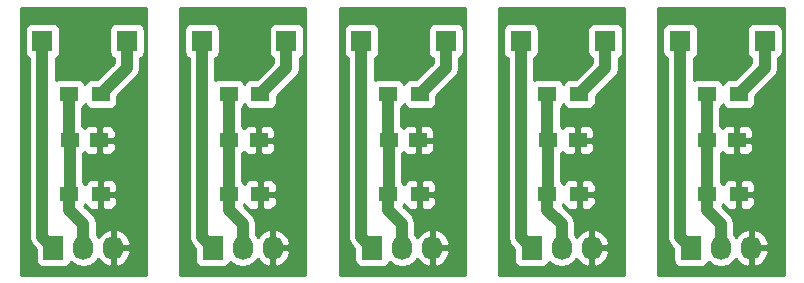
<source format=gbr>
G04 #@! TF.FileFunction,Copper,L1,Top,Signal*
%FSLAX46Y46*%
G04 Gerber Fmt 4.6, Leading zero omitted, Abs format (unit mm)*
G04 Created by KiCad (PCBNEW (2015-12-18 BZR 6383, Git 02d9bbb)-product) date Sat 02 Jan 2016 23:06:04 CET*
%MOMM*%
G01*
G04 APERTURE LIST*
%ADD10C,0.100000*%
%ADD11R,1.727200X2.032000*%
%ADD12O,1.727200X2.032000*%
%ADD13R,1.500000X1.300000*%
%ADD14R,1.500000X1.250000*%
%ADD15R,1.750000X1.800000*%
%ADD16C,1.000000*%
%ADD17C,0.250000*%
G04 APERTURE END LIST*
D10*
D11*
X143460000Y-111000000D03*
D12*
X146000000Y-111000000D03*
X148540000Y-111000000D03*
D13*
X144800000Y-98000000D03*
X147500000Y-98000000D03*
X147500000Y-106500000D03*
X144800000Y-106500000D03*
D14*
X144850000Y-101900000D03*
X147350000Y-101900000D03*
D15*
X142550000Y-93500000D03*
X149700000Y-93500000D03*
D11*
X156960000Y-111000000D03*
D12*
X159500000Y-111000000D03*
X162040000Y-111000000D03*
D13*
X158300000Y-98000000D03*
X161000000Y-98000000D03*
X161000000Y-106500000D03*
X158300000Y-106500000D03*
D14*
X158350000Y-101900000D03*
X160850000Y-101900000D03*
D15*
X156050000Y-93500000D03*
X163200000Y-93500000D03*
D11*
X170460000Y-111000000D03*
D12*
X173000000Y-111000000D03*
X175540000Y-111000000D03*
D13*
X171800000Y-98000000D03*
X174500000Y-98000000D03*
X174500000Y-106500000D03*
X171800000Y-106500000D03*
D14*
X171850000Y-101900000D03*
X174350000Y-101900000D03*
D15*
X169550000Y-93500000D03*
X176700000Y-93500000D03*
D11*
X183960000Y-111000000D03*
D12*
X186500000Y-111000000D03*
X189040000Y-111000000D03*
D13*
X185300000Y-98000000D03*
X188000000Y-98000000D03*
X188000000Y-106500000D03*
X185300000Y-106500000D03*
D14*
X185350000Y-101900000D03*
X187850000Y-101900000D03*
D15*
X183050000Y-93500000D03*
X190200000Y-93500000D03*
D11*
X197460000Y-111000000D03*
D12*
X200000000Y-111000000D03*
X202540000Y-111000000D03*
D13*
X198800000Y-98000000D03*
X201500000Y-98000000D03*
X201500000Y-106500000D03*
X198800000Y-106500000D03*
D14*
X198850000Y-101900000D03*
X201350000Y-101900000D03*
D15*
X196550000Y-93500000D03*
X203700000Y-93500000D03*
D16*
X142550000Y-93500000D02*
X142550000Y-110090000D01*
X142550000Y-110090000D02*
X143460000Y-111000000D01*
X149700000Y-93500000D02*
X149700000Y-95800000D01*
X149700000Y-95800000D02*
X147500000Y-98000000D01*
X144800000Y-106500000D02*
X144800000Y-107784000D01*
X144800000Y-107784000D02*
X146000000Y-108984000D01*
X146000000Y-108984000D02*
X146000000Y-111000000D01*
X144850000Y-101900000D02*
X144850000Y-106450000D01*
X144850000Y-106450000D02*
X144800000Y-106500000D01*
X144800000Y-98000000D02*
X144800000Y-101850000D01*
X144800000Y-101850000D02*
X144850000Y-101900000D01*
X156050000Y-93500000D02*
X156050000Y-110090000D01*
X156050000Y-110090000D02*
X156960000Y-111000000D01*
X163200000Y-93500000D02*
X163200000Y-95800000D01*
X163200000Y-95800000D02*
X161000000Y-98000000D01*
X158300000Y-106500000D02*
X158300000Y-107784000D01*
X158300000Y-107784000D02*
X159500000Y-108984000D01*
X159500000Y-108984000D02*
X159500000Y-111000000D01*
X158350000Y-101900000D02*
X158350000Y-106450000D01*
X158350000Y-106450000D02*
X158300000Y-106500000D01*
X158300000Y-98000000D02*
X158300000Y-101850000D01*
X158300000Y-101850000D02*
X158350000Y-101900000D01*
X169550000Y-93500000D02*
X169550000Y-110090000D01*
X169550000Y-110090000D02*
X170460000Y-111000000D01*
X176700000Y-93500000D02*
X176700000Y-95800000D01*
X176700000Y-95800000D02*
X174500000Y-98000000D01*
X171800000Y-106500000D02*
X171800000Y-107784000D01*
X171800000Y-107784000D02*
X173000000Y-108984000D01*
X173000000Y-108984000D02*
X173000000Y-111000000D01*
X171850000Y-101900000D02*
X171850000Y-106450000D01*
X171850000Y-106450000D02*
X171800000Y-106500000D01*
X171800000Y-98000000D02*
X171800000Y-101850000D01*
X171800000Y-101850000D02*
X171850000Y-101900000D01*
X183050000Y-93500000D02*
X183050000Y-110090000D01*
X183050000Y-110090000D02*
X183960000Y-111000000D01*
X190200000Y-93500000D02*
X190200000Y-95800000D01*
X190200000Y-95800000D02*
X188000000Y-98000000D01*
X185300000Y-106500000D02*
X185300000Y-107784000D01*
X185300000Y-107784000D02*
X186500000Y-108984000D01*
X186500000Y-108984000D02*
X186500000Y-111000000D01*
X185350000Y-101900000D02*
X185350000Y-106450000D01*
X185350000Y-106450000D02*
X185300000Y-106500000D01*
X185300000Y-98000000D02*
X185300000Y-101850000D01*
X185300000Y-101850000D02*
X185350000Y-101900000D01*
X196550000Y-93500000D02*
X196550000Y-110090000D01*
X196550000Y-110090000D02*
X197460000Y-111000000D01*
X203700000Y-93500000D02*
X203700000Y-95800000D01*
X203700000Y-95800000D02*
X201500000Y-98000000D01*
X198800000Y-106500000D02*
X198800000Y-107784000D01*
X198800000Y-107784000D02*
X200000000Y-108984000D01*
X200000000Y-108984000D02*
X200000000Y-111000000D01*
X198850000Y-101900000D02*
X198850000Y-106450000D01*
X198850000Y-106450000D02*
X198800000Y-106500000D01*
X198800000Y-98000000D02*
X198800000Y-101850000D01*
X198800000Y-101850000D02*
X198850000Y-101900000D01*
D17*
G36*
X151300000Y-113300000D02*
X140700000Y-113300000D01*
X140700000Y-92600000D01*
X141037756Y-92600000D01*
X141037756Y-94400000D01*
X141081337Y-94631611D01*
X141218219Y-94844332D01*
X141425000Y-94985620D01*
X141425000Y-110090000D01*
X141510636Y-110520519D01*
X141588089Y-110636435D01*
X141754505Y-110885495D01*
X141959156Y-111090146D01*
X141959156Y-112016000D01*
X142002737Y-112247611D01*
X142139619Y-112460332D01*
X142348476Y-112603038D01*
X142596400Y-112653244D01*
X144323600Y-112653244D01*
X144555211Y-112609663D01*
X144767932Y-112472781D01*
X144910638Y-112263924D01*
X144923350Y-112201153D01*
X144947401Y-112237148D01*
X145430337Y-112559836D01*
X146000000Y-112673149D01*
X146569663Y-112559836D01*
X147052599Y-112237148D01*
X147260611Y-111925837D01*
X147640798Y-112350235D01*
X148167637Y-112603165D01*
X148179340Y-112604893D01*
X148411000Y-112484519D01*
X148411000Y-111129000D01*
X148669000Y-111129000D01*
X148669000Y-112484519D01*
X148900660Y-112604893D01*
X148912363Y-112603165D01*
X149439202Y-112350235D01*
X149829146Y-111914945D01*
X150022829Y-111363565D01*
X149879356Y-111129000D01*
X148669000Y-111129000D01*
X148411000Y-111129000D01*
X148391000Y-111129000D01*
X148391000Y-110871000D01*
X148411000Y-110871000D01*
X148411000Y-109515481D01*
X148669000Y-109515481D01*
X148669000Y-110871000D01*
X149879356Y-110871000D01*
X150022829Y-110636435D01*
X149829146Y-110085055D01*
X149439202Y-109649765D01*
X148912363Y-109396835D01*
X148900660Y-109395107D01*
X148669000Y-109515481D01*
X148411000Y-109515481D01*
X148179340Y-109395107D01*
X148167637Y-109396835D01*
X147640798Y-109649765D01*
X147260611Y-110074163D01*
X147125000Y-109871208D01*
X147125000Y-108984000D01*
X147039364Y-108553481D01*
X146795495Y-108188505D01*
X146083406Y-107476416D01*
X146137038Y-107397924D01*
X146147053Y-107348467D01*
X146213369Y-107508566D01*
X146391435Y-107686632D01*
X146624089Y-107783000D01*
X147212750Y-107783000D01*
X147371000Y-107624750D01*
X147371000Y-106629000D01*
X147629000Y-106629000D01*
X147629000Y-107624750D01*
X147787250Y-107783000D01*
X148375911Y-107783000D01*
X148608565Y-107686632D01*
X148786631Y-107508566D01*
X148883000Y-107275912D01*
X148883000Y-106787250D01*
X148724750Y-106629000D01*
X147629000Y-106629000D01*
X147371000Y-106629000D01*
X147351000Y-106629000D01*
X147351000Y-106371000D01*
X147371000Y-106371000D01*
X147371000Y-105375250D01*
X147629000Y-105375250D01*
X147629000Y-106371000D01*
X148724750Y-106371000D01*
X148883000Y-106212750D01*
X148883000Y-105724088D01*
X148786631Y-105491434D01*
X148608565Y-105313368D01*
X148375911Y-105217000D01*
X147787250Y-105217000D01*
X147629000Y-105375250D01*
X147371000Y-105375250D01*
X147212750Y-105217000D01*
X146624089Y-105217000D01*
X146391435Y-105313368D01*
X146213369Y-105491434D01*
X146149011Y-105646808D01*
X146143663Y-105618389D01*
X146006781Y-105405668D01*
X145975000Y-105383953D01*
X145975000Y-103026395D01*
X146044332Y-102981781D01*
X146091927Y-102912124D01*
X146241435Y-103061632D01*
X146474089Y-103158000D01*
X147062750Y-103158000D01*
X147221000Y-102999750D01*
X147221000Y-102029000D01*
X147479000Y-102029000D01*
X147479000Y-102999750D01*
X147637250Y-103158000D01*
X148225911Y-103158000D01*
X148458565Y-103061632D01*
X148636631Y-102883566D01*
X148733000Y-102650912D01*
X148733000Y-102187250D01*
X148574750Y-102029000D01*
X147479000Y-102029000D01*
X147221000Y-102029000D01*
X147201000Y-102029000D01*
X147201000Y-101771000D01*
X147221000Y-101771000D01*
X147221000Y-100800250D01*
X147479000Y-100800250D01*
X147479000Y-101771000D01*
X148574750Y-101771000D01*
X148733000Y-101612750D01*
X148733000Y-101149088D01*
X148636631Y-100916434D01*
X148458565Y-100738368D01*
X148225911Y-100642000D01*
X147637250Y-100642000D01*
X147479000Y-100800250D01*
X147221000Y-100800250D01*
X147062750Y-100642000D01*
X146474089Y-100642000D01*
X146241435Y-100738368D01*
X146092941Y-100886862D01*
X146056781Y-100830668D01*
X145925000Y-100740626D01*
X145925000Y-99151395D01*
X145994332Y-99106781D01*
X146137038Y-98897924D01*
X146148633Y-98840667D01*
X146156337Y-98881611D01*
X146293219Y-99094332D01*
X146502076Y-99237038D01*
X146750000Y-99287244D01*
X148250000Y-99287244D01*
X148481611Y-99243663D01*
X148694332Y-99106781D01*
X148837038Y-98897924D01*
X148887244Y-98650000D01*
X148887244Y-98203746D01*
X150495495Y-96595495D01*
X150739364Y-96230519D01*
X150825000Y-95800000D01*
X150825000Y-94981830D01*
X151019332Y-94856781D01*
X151162038Y-94647924D01*
X151212244Y-94400000D01*
X151212244Y-92600000D01*
X151168663Y-92368389D01*
X151031781Y-92155668D01*
X150822924Y-92012962D01*
X150575000Y-91962756D01*
X148825000Y-91962756D01*
X148593389Y-92006337D01*
X148380668Y-92143219D01*
X148237962Y-92352076D01*
X148187756Y-92600000D01*
X148187756Y-94400000D01*
X148231337Y-94631611D01*
X148368219Y-94844332D01*
X148575000Y-94985620D01*
X148575000Y-95334010D01*
X147196254Y-96712756D01*
X146750000Y-96712756D01*
X146518389Y-96756337D01*
X146305668Y-96893219D01*
X146162962Y-97102076D01*
X146151367Y-97159333D01*
X146143663Y-97118389D01*
X146006781Y-96905668D01*
X145797924Y-96762962D01*
X145550000Y-96712756D01*
X144050000Y-96712756D01*
X143818389Y-96756337D01*
X143675000Y-96848605D01*
X143675000Y-94981830D01*
X143869332Y-94856781D01*
X144012038Y-94647924D01*
X144062244Y-94400000D01*
X144062244Y-92600000D01*
X144018663Y-92368389D01*
X143881781Y-92155668D01*
X143672924Y-92012962D01*
X143425000Y-91962756D01*
X141675000Y-91962756D01*
X141443389Y-92006337D01*
X141230668Y-92143219D01*
X141087962Y-92352076D01*
X141037756Y-92600000D01*
X140700000Y-92600000D01*
X140700000Y-90700000D01*
X151300000Y-90700000D01*
X151300000Y-113300000D01*
X151300000Y-113300000D01*
G37*
X151300000Y-113300000D02*
X140700000Y-113300000D01*
X140700000Y-92600000D01*
X141037756Y-92600000D01*
X141037756Y-94400000D01*
X141081337Y-94631611D01*
X141218219Y-94844332D01*
X141425000Y-94985620D01*
X141425000Y-110090000D01*
X141510636Y-110520519D01*
X141588089Y-110636435D01*
X141754505Y-110885495D01*
X141959156Y-111090146D01*
X141959156Y-112016000D01*
X142002737Y-112247611D01*
X142139619Y-112460332D01*
X142348476Y-112603038D01*
X142596400Y-112653244D01*
X144323600Y-112653244D01*
X144555211Y-112609663D01*
X144767932Y-112472781D01*
X144910638Y-112263924D01*
X144923350Y-112201153D01*
X144947401Y-112237148D01*
X145430337Y-112559836D01*
X146000000Y-112673149D01*
X146569663Y-112559836D01*
X147052599Y-112237148D01*
X147260611Y-111925837D01*
X147640798Y-112350235D01*
X148167637Y-112603165D01*
X148179340Y-112604893D01*
X148411000Y-112484519D01*
X148411000Y-111129000D01*
X148669000Y-111129000D01*
X148669000Y-112484519D01*
X148900660Y-112604893D01*
X148912363Y-112603165D01*
X149439202Y-112350235D01*
X149829146Y-111914945D01*
X150022829Y-111363565D01*
X149879356Y-111129000D01*
X148669000Y-111129000D01*
X148411000Y-111129000D01*
X148391000Y-111129000D01*
X148391000Y-110871000D01*
X148411000Y-110871000D01*
X148411000Y-109515481D01*
X148669000Y-109515481D01*
X148669000Y-110871000D01*
X149879356Y-110871000D01*
X150022829Y-110636435D01*
X149829146Y-110085055D01*
X149439202Y-109649765D01*
X148912363Y-109396835D01*
X148900660Y-109395107D01*
X148669000Y-109515481D01*
X148411000Y-109515481D01*
X148179340Y-109395107D01*
X148167637Y-109396835D01*
X147640798Y-109649765D01*
X147260611Y-110074163D01*
X147125000Y-109871208D01*
X147125000Y-108984000D01*
X147039364Y-108553481D01*
X146795495Y-108188505D01*
X146083406Y-107476416D01*
X146137038Y-107397924D01*
X146147053Y-107348467D01*
X146213369Y-107508566D01*
X146391435Y-107686632D01*
X146624089Y-107783000D01*
X147212750Y-107783000D01*
X147371000Y-107624750D01*
X147371000Y-106629000D01*
X147629000Y-106629000D01*
X147629000Y-107624750D01*
X147787250Y-107783000D01*
X148375911Y-107783000D01*
X148608565Y-107686632D01*
X148786631Y-107508566D01*
X148883000Y-107275912D01*
X148883000Y-106787250D01*
X148724750Y-106629000D01*
X147629000Y-106629000D01*
X147371000Y-106629000D01*
X147351000Y-106629000D01*
X147351000Y-106371000D01*
X147371000Y-106371000D01*
X147371000Y-105375250D01*
X147629000Y-105375250D01*
X147629000Y-106371000D01*
X148724750Y-106371000D01*
X148883000Y-106212750D01*
X148883000Y-105724088D01*
X148786631Y-105491434D01*
X148608565Y-105313368D01*
X148375911Y-105217000D01*
X147787250Y-105217000D01*
X147629000Y-105375250D01*
X147371000Y-105375250D01*
X147212750Y-105217000D01*
X146624089Y-105217000D01*
X146391435Y-105313368D01*
X146213369Y-105491434D01*
X146149011Y-105646808D01*
X146143663Y-105618389D01*
X146006781Y-105405668D01*
X145975000Y-105383953D01*
X145975000Y-103026395D01*
X146044332Y-102981781D01*
X146091927Y-102912124D01*
X146241435Y-103061632D01*
X146474089Y-103158000D01*
X147062750Y-103158000D01*
X147221000Y-102999750D01*
X147221000Y-102029000D01*
X147479000Y-102029000D01*
X147479000Y-102999750D01*
X147637250Y-103158000D01*
X148225911Y-103158000D01*
X148458565Y-103061632D01*
X148636631Y-102883566D01*
X148733000Y-102650912D01*
X148733000Y-102187250D01*
X148574750Y-102029000D01*
X147479000Y-102029000D01*
X147221000Y-102029000D01*
X147201000Y-102029000D01*
X147201000Y-101771000D01*
X147221000Y-101771000D01*
X147221000Y-100800250D01*
X147479000Y-100800250D01*
X147479000Y-101771000D01*
X148574750Y-101771000D01*
X148733000Y-101612750D01*
X148733000Y-101149088D01*
X148636631Y-100916434D01*
X148458565Y-100738368D01*
X148225911Y-100642000D01*
X147637250Y-100642000D01*
X147479000Y-100800250D01*
X147221000Y-100800250D01*
X147062750Y-100642000D01*
X146474089Y-100642000D01*
X146241435Y-100738368D01*
X146092941Y-100886862D01*
X146056781Y-100830668D01*
X145925000Y-100740626D01*
X145925000Y-99151395D01*
X145994332Y-99106781D01*
X146137038Y-98897924D01*
X146148633Y-98840667D01*
X146156337Y-98881611D01*
X146293219Y-99094332D01*
X146502076Y-99237038D01*
X146750000Y-99287244D01*
X148250000Y-99287244D01*
X148481611Y-99243663D01*
X148694332Y-99106781D01*
X148837038Y-98897924D01*
X148887244Y-98650000D01*
X148887244Y-98203746D01*
X150495495Y-96595495D01*
X150739364Y-96230519D01*
X150825000Y-95800000D01*
X150825000Y-94981830D01*
X151019332Y-94856781D01*
X151162038Y-94647924D01*
X151212244Y-94400000D01*
X151212244Y-92600000D01*
X151168663Y-92368389D01*
X151031781Y-92155668D01*
X150822924Y-92012962D01*
X150575000Y-91962756D01*
X148825000Y-91962756D01*
X148593389Y-92006337D01*
X148380668Y-92143219D01*
X148237962Y-92352076D01*
X148187756Y-92600000D01*
X148187756Y-94400000D01*
X148231337Y-94631611D01*
X148368219Y-94844332D01*
X148575000Y-94985620D01*
X148575000Y-95334010D01*
X147196254Y-96712756D01*
X146750000Y-96712756D01*
X146518389Y-96756337D01*
X146305668Y-96893219D01*
X146162962Y-97102076D01*
X146151367Y-97159333D01*
X146143663Y-97118389D01*
X146006781Y-96905668D01*
X145797924Y-96762962D01*
X145550000Y-96712756D01*
X144050000Y-96712756D01*
X143818389Y-96756337D01*
X143675000Y-96848605D01*
X143675000Y-94981830D01*
X143869332Y-94856781D01*
X144012038Y-94647924D01*
X144062244Y-94400000D01*
X144062244Y-92600000D01*
X144018663Y-92368389D01*
X143881781Y-92155668D01*
X143672924Y-92012962D01*
X143425000Y-91962756D01*
X141675000Y-91962756D01*
X141443389Y-92006337D01*
X141230668Y-92143219D01*
X141087962Y-92352076D01*
X141037756Y-92600000D01*
X140700000Y-92600000D01*
X140700000Y-90700000D01*
X151300000Y-90700000D01*
X151300000Y-113300000D01*
G36*
X164800000Y-113300000D02*
X154200000Y-113300000D01*
X154200000Y-92600000D01*
X154537756Y-92600000D01*
X154537756Y-94400000D01*
X154581337Y-94631611D01*
X154718219Y-94844332D01*
X154925000Y-94985620D01*
X154925000Y-110090000D01*
X155010636Y-110520519D01*
X155088089Y-110636435D01*
X155254505Y-110885495D01*
X155459156Y-111090146D01*
X155459156Y-112016000D01*
X155502737Y-112247611D01*
X155639619Y-112460332D01*
X155848476Y-112603038D01*
X156096400Y-112653244D01*
X157823600Y-112653244D01*
X158055211Y-112609663D01*
X158267932Y-112472781D01*
X158410638Y-112263924D01*
X158423350Y-112201153D01*
X158447401Y-112237148D01*
X158930337Y-112559836D01*
X159500000Y-112673149D01*
X160069663Y-112559836D01*
X160552599Y-112237148D01*
X160760611Y-111925837D01*
X161140798Y-112350235D01*
X161667637Y-112603165D01*
X161679340Y-112604893D01*
X161911000Y-112484519D01*
X161911000Y-111129000D01*
X162169000Y-111129000D01*
X162169000Y-112484519D01*
X162400660Y-112604893D01*
X162412363Y-112603165D01*
X162939202Y-112350235D01*
X163329146Y-111914945D01*
X163522829Y-111363565D01*
X163379356Y-111129000D01*
X162169000Y-111129000D01*
X161911000Y-111129000D01*
X161891000Y-111129000D01*
X161891000Y-110871000D01*
X161911000Y-110871000D01*
X161911000Y-109515481D01*
X162169000Y-109515481D01*
X162169000Y-110871000D01*
X163379356Y-110871000D01*
X163522829Y-110636435D01*
X163329146Y-110085055D01*
X162939202Y-109649765D01*
X162412363Y-109396835D01*
X162400660Y-109395107D01*
X162169000Y-109515481D01*
X161911000Y-109515481D01*
X161679340Y-109395107D01*
X161667637Y-109396835D01*
X161140798Y-109649765D01*
X160760611Y-110074163D01*
X160625000Y-109871208D01*
X160625000Y-108984000D01*
X160539364Y-108553481D01*
X160295495Y-108188505D01*
X159583406Y-107476416D01*
X159637038Y-107397924D01*
X159647053Y-107348467D01*
X159713369Y-107508566D01*
X159891435Y-107686632D01*
X160124089Y-107783000D01*
X160712750Y-107783000D01*
X160871000Y-107624750D01*
X160871000Y-106629000D01*
X161129000Y-106629000D01*
X161129000Y-107624750D01*
X161287250Y-107783000D01*
X161875911Y-107783000D01*
X162108565Y-107686632D01*
X162286631Y-107508566D01*
X162383000Y-107275912D01*
X162383000Y-106787250D01*
X162224750Y-106629000D01*
X161129000Y-106629000D01*
X160871000Y-106629000D01*
X160851000Y-106629000D01*
X160851000Y-106371000D01*
X160871000Y-106371000D01*
X160871000Y-105375250D01*
X161129000Y-105375250D01*
X161129000Y-106371000D01*
X162224750Y-106371000D01*
X162383000Y-106212750D01*
X162383000Y-105724088D01*
X162286631Y-105491434D01*
X162108565Y-105313368D01*
X161875911Y-105217000D01*
X161287250Y-105217000D01*
X161129000Y-105375250D01*
X160871000Y-105375250D01*
X160712750Y-105217000D01*
X160124089Y-105217000D01*
X159891435Y-105313368D01*
X159713369Y-105491434D01*
X159649011Y-105646808D01*
X159643663Y-105618389D01*
X159506781Y-105405668D01*
X159475000Y-105383953D01*
X159475000Y-103026395D01*
X159544332Y-102981781D01*
X159591927Y-102912124D01*
X159741435Y-103061632D01*
X159974089Y-103158000D01*
X160562750Y-103158000D01*
X160721000Y-102999750D01*
X160721000Y-102029000D01*
X160979000Y-102029000D01*
X160979000Y-102999750D01*
X161137250Y-103158000D01*
X161725911Y-103158000D01*
X161958565Y-103061632D01*
X162136631Y-102883566D01*
X162233000Y-102650912D01*
X162233000Y-102187250D01*
X162074750Y-102029000D01*
X160979000Y-102029000D01*
X160721000Y-102029000D01*
X160701000Y-102029000D01*
X160701000Y-101771000D01*
X160721000Y-101771000D01*
X160721000Y-100800250D01*
X160979000Y-100800250D01*
X160979000Y-101771000D01*
X162074750Y-101771000D01*
X162233000Y-101612750D01*
X162233000Y-101149088D01*
X162136631Y-100916434D01*
X161958565Y-100738368D01*
X161725911Y-100642000D01*
X161137250Y-100642000D01*
X160979000Y-100800250D01*
X160721000Y-100800250D01*
X160562750Y-100642000D01*
X159974089Y-100642000D01*
X159741435Y-100738368D01*
X159592941Y-100886862D01*
X159556781Y-100830668D01*
X159425000Y-100740626D01*
X159425000Y-99151395D01*
X159494332Y-99106781D01*
X159637038Y-98897924D01*
X159648633Y-98840667D01*
X159656337Y-98881611D01*
X159793219Y-99094332D01*
X160002076Y-99237038D01*
X160250000Y-99287244D01*
X161750000Y-99287244D01*
X161981611Y-99243663D01*
X162194332Y-99106781D01*
X162337038Y-98897924D01*
X162387244Y-98650000D01*
X162387244Y-98203746D01*
X163995495Y-96595495D01*
X164239364Y-96230519D01*
X164325000Y-95800000D01*
X164325000Y-94981830D01*
X164519332Y-94856781D01*
X164662038Y-94647924D01*
X164712244Y-94400000D01*
X164712244Y-92600000D01*
X164668663Y-92368389D01*
X164531781Y-92155668D01*
X164322924Y-92012962D01*
X164075000Y-91962756D01*
X162325000Y-91962756D01*
X162093389Y-92006337D01*
X161880668Y-92143219D01*
X161737962Y-92352076D01*
X161687756Y-92600000D01*
X161687756Y-94400000D01*
X161731337Y-94631611D01*
X161868219Y-94844332D01*
X162075000Y-94985620D01*
X162075000Y-95334010D01*
X160696254Y-96712756D01*
X160250000Y-96712756D01*
X160018389Y-96756337D01*
X159805668Y-96893219D01*
X159662962Y-97102076D01*
X159651367Y-97159333D01*
X159643663Y-97118389D01*
X159506781Y-96905668D01*
X159297924Y-96762962D01*
X159050000Y-96712756D01*
X157550000Y-96712756D01*
X157318389Y-96756337D01*
X157175000Y-96848605D01*
X157175000Y-94981830D01*
X157369332Y-94856781D01*
X157512038Y-94647924D01*
X157562244Y-94400000D01*
X157562244Y-92600000D01*
X157518663Y-92368389D01*
X157381781Y-92155668D01*
X157172924Y-92012962D01*
X156925000Y-91962756D01*
X155175000Y-91962756D01*
X154943389Y-92006337D01*
X154730668Y-92143219D01*
X154587962Y-92352076D01*
X154537756Y-92600000D01*
X154200000Y-92600000D01*
X154200000Y-90700000D01*
X164800000Y-90700000D01*
X164800000Y-113300000D01*
X164800000Y-113300000D01*
G37*
X164800000Y-113300000D02*
X154200000Y-113300000D01*
X154200000Y-92600000D01*
X154537756Y-92600000D01*
X154537756Y-94400000D01*
X154581337Y-94631611D01*
X154718219Y-94844332D01*
X154925000Y-94985620D01*
X154925000Y-110090000D01*
X155010636Y-110520519D01*
X155088089Y-110636435D01*
X155254505Y-110885495D01*
X155459156Y-111090146D01*
X155459156Y-112016000D01*
X155502737Y-112247611D01*
X155639619Y-112460332D01*
X155848476Y-112603038D01*
X156096400Y-112653244D01*
X157823600Y-112653244D01*
X158055211Y-112609663D01*
X158267932Y-112472781D01*
X158410638Y-112263924D01*
X158423350Y-112201153D01*
X158447401Y-112237148D01*
X158930337Y-112559836D01*
X159500000Y-112673149D01*
X160069663Y-112559836D01*
X160552599Y-112237148D01*
X160760611Y-111925837D01*
X161140798Y-112350235D01*
X161667637Y-112603165D01*
X161679340Y-112604893D01*
X161911000Y-112484519D01*
X161911000Y-111129000D01*
X162169000Y-111129000D01*
X162169000Y-112484519D01*
X162400660Y-112604893D01*
X162412363Y-112603165D01*
X162939202Y-112350235D01*
X163329146Y-111914945D01*
X163522829Y-111363565D01*
X163379356Y-111129000D01*
X162169000Y-111129000D01*
X161911000Y-111129000D01*
X161891000Y-111129000D01*
X161891000Y-110871000D01*
X161911000Y-110871000D01*
X161911000Y-109515481D01*
X162169000Y-109515481D01*
X162169000Y-110871000D01*
X163379356Y-110871000D01*
X163522829Y-110636435D01*
X163329146Y-110085055D01*
X162939202Y-109649765D01*
X162412363Y-109396835D01*
X162400660Y-109395107D01*
X162169000Y-109515481D01*
X161911000Y-109515481D01*
X161679340Y-109395107D01*
X161667637Y-109396835D01*
X161140798Y-109649765D01*
X160760611Y-110074163D01*
X160625000Y-109871208D01*
X160625000Y-108984000D01*
X160539364Y-108553481D01*
X160295495Y-108188505D01*
X159583406Y-107476416D01*
X159637038Y-107397924D01*
X159647053Y-107348467D01*
X159713369Y-107508566D01*
X159891435Y-107686632D01*
X160124089Y-107783000D01*
X160712750Y-107783000D01*
X160871000Y-107624750D01*
X160871000Y-106629000D01*
X161129000Y-106629000D01*
X161129000Y-107624750D01*
X161287250Y-107783000D01*
X161875911Y-107783000D01*
X162108565Y-107686632D01*
X162286631Y-107508566D01*
X162383000Y-107275912D01*
X162383000Y-106787250D01*
X162224750Y-106629000D01*
X161129000Y-106629000D01*
X160871000Y-106629000D01*
X160851000Y-106629000D01*
X160851000Y-106371000D01*
X160871000Y-106371000D01*
X160871000Y-105375250D01*
X161129000Y-105375250D01*
X161129000Y-106371000D01*
X162224750Y-106371000D01*
X162383000Y-106212750D01*
X162383000Y-105724088D01*
X162286631Y-105491434D01*
X162108565Y-105313368D01*
X161875911Y-105217000D01*
X161287250Y-105217000D01*
X161129000Y-105375250D01*
X160871000Y-105375250D01*
X160712750Y-105217000D01*
X160124089Y-105217000D01*
X159891435Y-105313368D01*
X159713369Y-105491434D01*
X159649011Y-105646808D01*
X159643663Y-105618389D01*
X159506781Y-105405668D01*
X159475000Y-105383953D01*
X159475000Y-103026395D01*
X159544332Y-102981781D01*
X159591927Y-102912124D01*
X159741435Y-103061632D01*
X159974089Y-103158000D01*
X160562750Y-103158000D01*
X160721000Y-102999750D01*
X160721000Y-102029000D01*
X160979000Y-102029000D01*
X160979000Y-102999750D01*
X161137250Y-103158000D01*
X161725911Y-103158000D01*
X161958565Y-103061632D01*
X162136631Y-102883566D01*
X162233000Y-102650912D01*
X162233000Y-102187250D01*
X162074750Y-102029000D01*
X160979000Y-102029000D01*
X160721000Y-102029000D01*
X160701000Y-102029000D01*
X160701000Y-101771000D01*
X160721000Y-101771000D01*
X160721000Y-100800250D01*
X160979000Y-100800250D01*
X160979000Y-101771000D01*
X162074750Y-101771000D01*
X162233000Y-101612750D01*
X162233000Y-101149088D01*
X162136631Y-100916434D01*
X161958565Y-100738368D01*
X161725911Y-100642000D01*
X161137250Y-100642000D01*
X160979000Y-100800250D01*
X160721000Y-100800250D01*
X160562750Y-100642000D01*
X159974089Y-100642000D01*
X159741435Y-100738368D01*
X159592941Y-100886862D01*
X159556781Y-100830668D01*
X159425000Y-100740626D01*
X159425000Y-99151395D01*
X159494332Y-99106781D01*
X159637038Y-98897924D01*
X159648633Y-98840667D01*
X159656337Y-98881611D01*
X159793219Y-99094332D01*
X160002076Y-99237038D01*
X160250000Y-99287244D01*
X161750000Y-99287244D01*
X161981611Y-99243663D01*
X162194332Y-99106781D01*
X162337038Y-98897924D01*
X162387244Y-98650000D01*
X162387244Y-98203746D01*
X163995495Y-96595495D01*
X164239364Y-96230519D01*
X164325000Y-95800000D01*
X164325000Y-94981830D01*
X164519332Y-94856781D01*
X164662038Y-94647924D01*
X164712244Y-94400000D01*
X164712244Y-92600000D01*
X164668663Y-92368389D01*
X164531781Y-92155668D01*
X164322924Y-92012962D01*
X164075000Y-91962756D01*
X162325000Y-91962756D01*
X162093389Y-92006337D01*
X161880668Y-92143219D01*
X161737962Y-92352076D01*
X161687756Y-92600000D01*
X161687756Y-94400000D01*
X161731337Y-94631611D01*
X161868219Y-94844332D01*
X162075000Y-94985620D01*
X162075000Y-95334010D01*
X160696254Y-96712756D01*
X160250000Y-96712756D01*
X160018389Y-96756337D01*
X159805668Y-96893219D01*
X159662962Y-97102076D01*
X159651367Y-97159333D01*
X159643663Y-97118389D01*
X159506781Y-96905668D01*
X159297924Y-96762962D01*
X159050000Y-96712756D01*
X157550000Y-96712756D01*
X157318389Y-96756337D01*
X157175000Y-96848605D01*
X157175000Y-94981830D01*
X157369332Y-94856781D01*
X157512038Y-94647924D01*
X157562244Y-94400000D01*
X157562244Y-92600000D01*
X157518663Y-92368389D01*
X157381781Y-92155668D01*
X157172924Y-92012962D01*
X156925000Y-91962756D01*
X155175000Y-91962756D01*
X154943389Y-92006337D01*
X154730668Y-92143219D01*
X154587962Y-92352076D01*
X154537756Y-92600000D01*
X154200000Y-92600000D01*
X154200000Y-90700000D01*
X164800000Y-90700000D01*
X164800000Y-113300000D01*
G36*
X178300000Y-113300000D02*
X167700000Y-113300000D01*
X167700000Y-92600000D01*
X168037756Y-92600000D01*
X168037756Y-94400000D01*
X168081337Y-94631611D01*
X168218219Y-94844332D01*
X168425000Y-94985620D01*
X168425000Y-110090000D01*
X168510636Y-110520519D01*
X168588089Y-110636435D01*
X168754505Y-110885495D01*
X168959156Y-111090146D01*
X168959156Y-112016000D01*
X169002737Y-112247611D01*
X169139619Y-112460332D01*
X169348476Y-112603038D01*
X169596400Y-112653244D01*
X171323600Y-112653244D01*
X171555211Y-112609663D01*
X171767932Y-112472781D01*
X171910638Y-112263924D01*
X171923350Y-112201153D01*
X171947401Y-112237148D01*
X172430337Y-112559836D01*
X173000000Y-112673149D01*
X173569663Y-112559836D01*
X174052599Y-112237148D01*
X174260611Y-111925837D01*
X174640798Y-112350235D01*
X175167637Y-112603165D01*
X175179340Y-112604893D01*
X175411000Y-112484519D01*
X175411000Y-111129000D01*
X175669000Y-111129000D01*
X175669000Y-112484519D01*
X175900660Y-112604893D01*
X175912363Y-112603165D01*
X176439202Y-112350235D01*
X176829146Y-111914945D01*
X177022829Y-111363565D01*
X176879356Y-111129000D01*
X175669000Y-111129000D01*
X175411000Y-111129000D01*
X175391000Y-111129000D01*
X175391000Y-110871000D01*
X175411000Y-110871000D01*
X175411000Y-109515481D01*
X175669000Y-109515481D01*
X175669000Y-110871000D01*
X176879356Y-110871000D01*
X177022829Y-110636435D01*
X176829146Y-110085055D01*
X176439202Y-109649765D01*
X175912363Y-109396835D01*
X175900660Y-109395107D01*
X175669000Y-109515481D01*
X175411000Y-109515481D01*
X175179340Y-109395107D01*
X175167637Y-109396835D01*
X174640798Y-109649765D01*
X174260611Y-110074163D01*
X174125000Y-109871208D01*
X174125000Y-108984000D01*
X174039364Y-108553481D01*
X173795495Y-108188505D01*
X173083406Y-107476416D01*
X173137038Y-107397924D01*
X173147053Y-107348467D01*
X173213369Y-107508566D01*
X173391435Y-107686632D01*
X173624089Y-107783000D01*
X174212750Y-107783000D01*
X174371000Y-107624750D01*
X174371000Y-106629000D01*
X174629000Y-106629000D01*
X174629000Y-107624750D01*
X174787250Y-107783000D01*
X175375911Y-107783000D01*
X175608565Y-107686632D01*
X175786631Y-107508566D01*
X175883000Y-107275912D01*
X175883000Y-106787250D01*
X175724750Y-106629000D01*
X174629000Y-106629000D01*
X174371000Y-106629000D01*
X174351000Y-106629000D01*
X174351000Y-106371000D01*
X174371000Y-106371000D01*
X174371000Y-105375250D01*
X174629000Y-105375250D01*
X174629000Y-106371000D01*
X175724750Y-106371000D01*
X175883000Y-106212750D01*
X175883000Y-105724088D01*
X175786631Y-105491434D01*
X175608565Y-105313368D01*
X175375911Y-105217000D01*
X174787250Y-105217000D01*
X174629000Y-105375250D01*
X174371000Y-105375250D01*
X174212750Y-105217000D01*
X173624089Y-105217000D01*
X173391435Y-105313368D01*
X173213369Y-105491434D01*
X173149011Y-105646808D01*
X173143663Y-105618389D01*
X173006781Y-105405668D01*
X172975000Y-105383953D01*
X172975000Y-103026395D01*
X173044332Y-102981781D01*
X173091927Y-102912124D01*
X173241435Y-103061632D01*
X173474089Y-103158000D01*
X174062750Y-103158000D01*
X174221000Y-102999750D01*
X174221000Y-102029000D01*
X174479000Y-102029000D01*
X174479000Y-102999750D01*
X174637250Y-103158000D01*
X175225911Y-103158000D01*
X175458565Y-103061632D01*
X175636631Y-102883566D01*
X175733000Y-102650912D01*
X175733000Y-102187250D01*
X175574750Y-102029000D01*
X174479000Y-102029000D01*
X174221000Y-102029000D01*
X174201000Y-102029000D01*
X174201000Y-101771000D01*
X174221000Y-101771000D01*
X174221000Y-100800250D01*
X174479000Y-100800250D01*
X174479000Y-101771000D01*
X175574750Y-101771000D01*
X175733000Y-101612750D01*
X175733000Y-101149088D01*
X175636631Y-100916434D01*
X175458565Y-100738368D01*
X175225911Y-100642000D01*
X174637250Y-100642000D01*
X174479000Y-100800250D01*
X174221000Y-100800250D01*
X174062750Y-100642000D01*
X173474089Y-100642000D01*
X173241435Y-100738368D01*
X173092941Y-100886862D01*
X173056781Y-100830668D01*
X172925000Y-100740626D01*
X172925000Y-99151395D01*
X172994332Y-99106781D01*
X173137038Y-98897924D01*
X173148633Y-98840667D01*
X173156337Y-98881611D01*
X173293219Y-99094332D01*
X173502076Y-99237038D01*
X173750000Y-99287244D01*
X175250000Y-99287244D01*
X175481611Y-99243663D01*
X175694332Y-99106781D01*
X175837038Y-98897924D01*
X175887244Y-98650000D01*
X175887244Y-98203746D01*
X177495495Y-96595495D01*
X177739364Y-96230519D01*
X177825000Y-95800000D01*
X177825000Y-94981830D01*
X178019332Y-94856781D01*
X178162038Y-94647924D01*
X178212244Y-94400000D01*
X178212244Y-92600000D01*
X178168663Y-92368389D01*
X178031781Y-92155668D01*
X177822924Y-92012962D01*
X177575000Y-91962756D01*
X175825000Y-91962756D01*
X175593389Y-92006337D01*
X175380668Y-92143219D01*
X175237962Y-92352076D01*
X175187756Y-92600000D01*
X175187756Y-94400000D01*
X175231337Y-94631611D01*
X175368219Y-94844332D01*
X175575000Y-94985620D01*
X175575000Y-95334010D01*
X174196254Y-96712756D01*
X173750000Y-96712756D01*
X173518389Y-96756337D01*
X173305668Y-96893219D01*
X173162962Y-97102076D01*
X173151367Y-97159333D01*
X173143663Y-97118389D01*
X173006781Y-96905668D01*
X172797924Y-96762962D01*
X172550000Y-96712756D01*
X171050000Y-96712756D01*
X170818389Y-96756337D01*
X170675000Y-96848605D01*
X170675000Y-94981830D01*
X170869332Y-94856781D01*
X171012038Y-94647924D01*
X171062244Y-94400000D01*
X171062244Y-92600000D01*
X171018663Y-92368389D01*
X170881781Y-92155668D01*
X170672924Y-92012962D01*
X170425000Y-91962756D01*
X168675000Y-91962756D01*
X168443389Y-92006337D01*
X168230668Y-92143219D01*
X168087962Y-92352076D01*
X168037756Y-92600000D01*
X167700000Y-92600000D01*
X167700000Y-90700000D01*
X178300000Y-90700000D01*
X178300000Y-113300000D01*
X178300000Y-113300000D01*
G37*
X178300000Y-113300000D02*
X167700000Y-113300000D01*
X167700000Y-92600000D01*
X168037756Y-92600000D01*
X168037756Y-94400000D01*
X168081337Y-94631611D01*
X168218219Y-94844332D01*
X168425000Y-94985620D01*
X168425000Y-110090000D01*
X168510636Y-110520519D01*
X168588089Y-110636435D01*
X168754505Y-110885495D01*
X168959156Y-111090146D01*
X168959156Y-112016000D01*
X169002737Y-112247611D01*
X169139619Y-112460332D01*
X169348476Y-112603038D01*
X169596400Y-112653244D01*
X171323600Y-112653244D01*
X171555211Y-112609663D01*
X171767932Y-112472781D01*
X171910638Y-112263924D01*
X171923350Y-112201153D01*
X171947401Y-112237148D01*
X172430337Y-112559836D01*
X173000000Y-112673149D01*
X173569663Y-112559836D01*
X174052599Y-112237148D01*
X174260611Y-111925837D01*
X174640798Y-112350235D01*
X175167637Y-112603165D01*
X175179340Y-112604893D01*
X175411000Y-112484519D01*
X175411000Y-111129000D01*
X175669000Y-111129000D01*
X175669000Y-112484519D01*
X175900660Y-112604893D01*
X175912363Y-112603165D01*
X176439202Y-112350235D01*
X176829146Y-111914945D01*
X177022829Y-111363565D01*
X176879356Y-111129000D01*
X175669000Y-111129000D01*
X175411000Y-111129000D01*
X175391000Y-111129000D01*
X175391000Y-110871000D01*
X175411000Y-110871000D01*
X175411000Y-109515481D01*
X175669000Y-109515481D01*
X175669000Y-110871000D01*
X176879356Y-110871000D01*
X177022829Y-110636435D01*
X176829146Y-110085055D01*
X176439202Y-109649765D01*
X175912363Y-109396835D01*
X175900660Y-109395107D01*
X175669000Y-109515481D01*
X175411000Y-109515481D01*
X175179340Y-109395107D01*
X175167637Y-109396835D01*
X174640798Y-109649765D01*
X174260611Y-110074163D01*
X174125000Y-109871208D01*
X174125000Y-108984000D01*
X174039364Y-108553481D01*
X173795495Y-108188505D01*
X173083406Y-107476416D01*
X173137038Y-107397924D01*
X173147053Y-107348467D01*
X173213369Y-107508566D01*
X173391435Y-107686632D01*
X173624089Y-107783000D01*
X174212750Y-107783000D01*
X174371000Y-107624750D01*
X174371000Y-106629000D01*
X174629000Y-106629000D01*
X174629000Y-107624750D01*
X174787250Y-107783000D01*
X175375911Y-107783000D01*
X175608565Y-107686632D01*
X175786631Y-107508566D01*
X175883000Y-107275912D01*
X175883000Y-106787250D01*
X175724750Y-106629000D01*
X174629000Y-106629000D01*
X174371000Y-106629000D01*
X174351000Y-106629000D01*
X174351000Y-106371000D01*
X174371000Y-106371000D01*
X174371000Y-105375250D01*
X174629000Y-105375250D01*
X174629000Y-106371000D01*
X175724750Y-106371000D01*
X175883000Y-106212750D01*
X175883000Y-105724088D01*
X175786631Y-105491434D01*
X175608565Y-105313368D01*
X175375911Y-105217000D01*
X174787250Y-105217000D01*
X174629000Y-105375250D01*
X174371000Y-105375250D01*
X174212750Y-105217000D01*
X173624089Y-105217000D01*
X173391435Y-105313368D01*
X173213369Y-105491434D01*
X173149011Y-105646808D01*
X173143663Y-105618389D01*
X173006781Y-105405668D01*
X172975000Y-105383953D01*
X172975000Y-103026395D01*
X173044332Y-102981781D01*
X173091927Y-102912124D01*
X173241435Y-103061632D01*
X173474089Y-103158000D01*
X174062750Y-103158000D01*
X174221000Y-102999750D01*
X174221000Y-102029000D01*
X174479000Y-102029000D01*
X174479000Y-102999750D01*
X174637250Y-103158000D01*
X175225911Y-103158000D01*
X175458565Y-103061632D01*
X175636631Y-102883566D01*
X175733000Y-102650912D01*
X175733000Y-102187250D01*
X175574750Y-102029000D01*
X174479000Y-102029000D01*
X174221000Y-102029000D01*
X174201000Y-102029000D01*
X174201000Y-101771000D01*
X174221000Y-101771000D01*
X174221000Y-100800250D01*
X174479000Y-100800250D01*
X174479000Y-101771000D01*
X175574750Y-101771000D01*
X175733000Y-101612750D01*
X175733000Y-101149088D01*
X175636631Y-100916434D01*
X175458565Y-100738368D01*
X175225911Y-100642000D01*
X174637250Y-100642000D01*
X174479000Y-100800250D01*
X174221000Y-100800250D01*
X174062750Y-100642000D01*
X173474089Y-100642000D01*
X173241435Y-100738368D01*
X173092941Y-100886862D01*
X173056781Y-100830668D01*
X172925000Y-100740626D01*
X172925000Y-99151395D01*
X172994332Y-99106781D01*
X173137038Y-98897924D01*
X173148633Y-98840667D01*
X173156337Y-98881611D01*
X173293219Y-99094332D01*
X173502076Y-99237038D01*
X173750000Y-99287244D01*
X175250000Y-99287244D01*
X175481611Y-99243663D01*
X175694332Y-99106781D01*
X175837038Y-98897924D01*
X175887244Y-98650000D01*
X175887244Y-98203746D01*
X177495495Y-96595495D01*
X177739364Y-96230519D01*
X177825000Y-95800000D01*
X177825000Y-94981830D01*
X178019332Y-94856781D01*
X178162038Y-94647924D01*
X178212244Y-94400000D01*
X178212244Y-92600000D01*
X178168663Y-92368389D01*
X178031781Y-92155668D01*
X177822924Y-92012962D01*
X177575000Y-91962756D01*
X175825000Y-91962756D01*
X175593389Y-92006337D01*
X175380668Y-92143219D01*
X175237962Y-92352076D01*
X175187756Y-92600000D01*
X175187756Y-94400000D01*
X175231337Y-94631611D01*
X175368219Y-94844332D01*
X175575000Y-94985620D01*
X175575000Y-95334010D01*
X174196254Y-96712756D01*
X173750000Y-96712756D01*
X173518389Y-96756337D01*
X173305668Y-96893219D01*
X173162962Y-97102076D01*
X173151367Y-97159333D01*
X173143663Y-97118389D01*
X173006781Y-96905668D01*
X172797924Y-96762962D01*
X172550000Y-96712756D01*
X171050000Y-96712756D01*
X170818389Y-96756337D01*
X170675000Y-96848605D01*
X170675000Y-94981830D01*
X170869332Y-94856781D01*
X171012038Y-94647924D01*
X171062244Y-94400000D01*
X171062244Y-92600000D01*
X171018663Y-92368389D01*
X170881781Y-92155668D01*
X170672924Y-92012962D01*
X170425000Y-91962756D01*
X168675000Y-91962756D01*
X168443389Y-92006337D01*
X168230668Y-92143219D01*
X168087962Y-92352076D01*
X168037756Y-92600000D01*
X167700000Y-92600000D01*
X167700000Y-90700000D01*
X178300000Y-90700000D01*
X178300000Y-113300000D01*
G36*
X191800000Y-113300000D02*
X181200000Y-113300000D01*
X181200000Y-92600000D01*
X181537756Y-92600000D01*
X181537756Y-94400000D01*
X181581337Y-94631611D01*
X181718219Y-94844332D01*
X181925000Y-94985620D01*
X181925000Y-110090000D01*
X182010636Y-110520519D01*
X182088089Y-110636435D01*
X182254505Y-110885495D01*
X182459156Y-111090146D01*
X182459156Y-112016000D01*
X182502737Y-112247611D01*
X182639619Y-112460332D01*
X182848476Y-112603038D01*
X183096400Y-112653244D01*
X184823600Y-112653244D01*
X185055211Y-112609663D01*
X185267932Y-112472781D01*
X185410638Y-112263924D01*
X185423350Y-112201153D01*
X185447401Y-112237148D01*
X185930337Y-112559836D01*
X186500000Y-112673149D01*
X187069663Y-112559836D01*
X187552599Y-112237148D01*
X187760611Y-111925837D01*
X188140798Y-112350235D01*
X188667637Y-112603165D01*
X188679340Y-112604893D01*
X188911000Y-112484519D01*
X188911000Y-111129000D01*
X189169000Y-111129000D01*
X189169000Y-112484519D01*
X189400660Y-112604893D01*
X189412363Y-112603165D01*
X189939202Y-112350235D01*
X190329146Y-111914945D01*
X190522829Y-111363565D01*
X190379356Y-111129000D01*
X189169000Y-111129000D01*
X188911000Y-111129000D01*
X188891000Y-111129000D01*
X188891000Y-110871000D01*
X188911000Y-110871000D01*
X188911000Y-109515481D01*
X189169000Y-109515481D01*
X189169000Y-110871000D01*
X190379356Y-110871000D01*
X190522829Y-110636435D01*
X190329146Y-110085055D01*
X189939202Y-109649765D01*
X189412363Y-109396835D01*
X189400660Y-109395107D01*
X189169000Y-109515481D01*
X188911000Y-109515481D01*
X188679340Y-109395107D01*
X188667637Y-109396835D01*
X188140798Y-109649765D01*
X187760611Y-110074163D01*
X187625000Y-109871208D01*
X187625000Y-108984000D01*
X187539364Y-108553481D01*
X187295495Y-108188505D01*
X186583406Y-107476416D01*
X186637038Y-107397924D01*
X186647053Y-107348467D01*
X186713369Y-107508566D01*
X186891435Y-107686632D01*
X187124089Y-107783000D01*
X187712750Y-107783000D01*
X187871000Y-107624750D01*
X187871000Y-106629000D01*
X188129000Y-106629000D01*
X188129000Y-107624750D01*
X188287250Y-107783000D01*
X188875911Y-107783000D01*
X189108565Y-107686632D01*
X189286631Y-107508566D01*
X189383000Y-107275912D01*
X189383000Y-106787250D01*
X189224750Y-106629000D01*
X188129000Y-106629000D01*
X187871000Y-106629000D01*
X187851000Y-106629000D01*
X187851000Y-106371000D01*
X187871000Y-106371000D01*
X187871000Y-105375250D01*
X188129000Y-105375250D01*
X188129000Y-106371000D01*
X189224750Y-106371000D01*
X189383000Y-106212750D01*
X189383000Y-105724088D01*
X189286631Y-105491434D01*
X189108565Y-105313368D01*
X188875911Y-105217000D01*
X188287250Y-105217000D01*
X188129000Y-105375250D01*
X187871000Y-105375250D01*
X187712750Y-105217000D01*
X187124089Y-105217000D01*
X186891435Y-105313368D01*
X186713369Y-105491434D01*
X186649011Y-105646808D01*
X186643663Y-105618389D01*
X186506781Y-105405668D01*
X186475000Y-105383953D01*
X186475000Y-103026395D01*
X186544332Y-102981781D01*
X186591927Y-102912124D01*
X186741435Y-103061632D01*
X186974089Y-103158000D01*
X187562750Y-103158000D01*
X187721000Y-102999750D01*
X187721000Y-102029000D01*
X187979000Y-102029000D01*
X187979000Y-102999750D01*
X188137250Y-103158000D01*
X188725911Y-103158000D01*
X188958565Y-103061632D01*
X189136631Y-102883566D01*
X189233000Y-102650912D01*
X189233000Y-102187250D01*
X189074750Y-102029000D01*
X187979000Y-102029000D01*
X187721000Y-102029000D01*
X187701000Y-102029000D01*
X187701000Y-101771000D01*
X187721000Y-101771000D01*
X187721000Y-100800250D01*
X187979000Y-100800250D01*
X187979000Y-101771000D01*
X189074750Y-101771000D01*
X189233000Y-101612750D01*
X189233000Y-101149088D01*
X189136631Y-100916434D01*
X188958565Y-100738368D01*
X188725911Y-100642000D01*
X188137250Y-100642000D01*
X187979000Y-100800250D01*
X187721000Y-100800250D01*
X187562750Y-100642000D01*
X186974089Y-100642000D01*
X186741435Y-100738368D01*
X186592941Y-100886862D01*
X186556781Y-100830668D01*
X186425000Y-100740626D01*
X186425000Y-99151395D01*
X186494332Y-99106781D01*
X186637038Y-98897924D01*
X186648633Y-98840667D01*
X186656337Y-98881611D01*
X186793219Y-99094332D01*
X187002076Y-99237038D01*
X187250000Y-99287244D01*
X188750000Y-99287244D01*
X188981611Y-99243663D01*
X189194332Y-99106781D01*
X189337038Y-98897924D01*
X189387244Y-98650000D01*
X189387244Y-98203746D01*
X190995495Y-96595495D01*
X191239364Y-96230519D01*
X191325000Y-95800000D01*
X191325000Y-94981830D01*
X191519332Y-94856781D01*
X191662038Y-94647924D01*
X191712244Y-94400000D01*
X191712244Y-92600000D01*
X191668663Y-92368389D01*
X191531781Y-92155668D01*
X191322924Y-92012962D01*
X191075000Y-91962756D01*
X189325000Y-91962756D01*
X189093389Y-92006337D01*
X188880668Y-92143219D01*
X188737962Y-92352076D01*
X188687756Y-92600000D01*
X188687756Y-94400000D01*
X188731337Y-94631611D01*
X188868219Y-94844332D01*
X189075000Y-94985620D01*
X189075000Y-95334010D01*
X187696254Y-96712756D01*
X187250000Y-96712756D01*
X187018389Y-96756337D01*
X186805668Y-96893219D01*
X186662962Y-97102076D01*
X186651367Y-97159333D01*
X186643663Y-97118389D01*
X186506781Y-96905668D01*
X186297924Y-96762962D01*
X186050000Y-96712756D01*
X184550000Y-96712756D01*
X184318389Y-96756337D01*
X184175000Y-96848605D01*
X184175000Y-94981830D01*
X184369332Y-94856781D01*
X184512038Y-94647924D01*
X184562244Y-94400000D01*
X184562244Y-92600000D01*
X184518663Y-92368389D01*
X184381781Y-92155668D01*
X184172924Y-92012962D01*
X183925000Y-91962756D01*
X182175000Y-91962756D01*
X181943389Y-92006337D01*
X181730668Y-92143219D01*
X181587962Y-92352076D01*
X181537756Y-92600000D01*
X181200000Y-92600000D01*
X181200000Y-90700000D01*
X191800000Y-90700000D01*
X191800000Y-113300000D01*
X191800000Y-113300000D01*
G37*
X191800000Y-113300000D02*
X181200000Y-113300000D01*
X181200000Y-92600000D01*
X181537756Y-92600000D01*
X181537756Y-94400000D01*
X181581337Y-94631611D01*
X181718219Y-94844332D01*
X181925000Y-94985620D01*
X181925000Y-110090000D01*
X182010636Y-110520519D01*
X182088089Y-110636435D01*
X182254505Y-110885495D01*
X182459156Y-111090146D01*
X182459156Y-112016000D01*
X182502737Y-112247611D01*
X182639619Y-112460332D01*
X182848476Y-112603038D01*
X183096400Y-112653244D01*
X184823600Y-112653244D01*
X185055211Y-112609663D01*
X185267932Y-112472781D01*
X185410638Y-112263924D01*
X185423350Y-112201153D01*
X185447401Y-112237148D01*
X185930337Y-112559836D01*
X186500000Y-112673149D01*
X187069663Y-112559836D01*
X187552599Y-112237148D01*
X187760611Y-111925837D01*
X188140798Y-112350235D01*
X188667637Y-112603165D01*
X188679340Y-112604893D01*
X188911000Y-112484519D01*
X188911000Y-111129000D01*
X189169000Y-111129000D01*
X189169000Y-112484519D01*
X189400660Y-112604893D01*
X189412363Y-112603165D01*
X189939202Y-112350235D01*
X190329146Y-111914945D01*
X190522829Y-111363565D01*
X190379356Y-111129000D01*
X189169000Y-111129000D01*
X188911000Y-111129000D01*
X188891000Y-111129000D01*
X188891000Y-110871000D01*
X188911000Y-110871000D01*
X188911000Y-109515481D01*
X189169000Y-109515481D01*
X189169000Y-110871000D01*
X190379356Y-110871000D01*
X190522829Y-110636435D01*
X190329146Y-110085055D01*
X189939202Y-109649765D01*
X189412363Y-109396835D01*
X189400660Y-109395107D01*
X189169000Y-109515481D01*
X188911000Y-109515481D01*
X188679340Y-109395107D01*
X188667637Y-109396835D01*
X188140798Y-109649765D01*
X187760611Y-110074163D01*
X187625000Y-109871208D01*
X187625000Y-108984000D01*
X187539364Y-108553481D01*
X187295495Y-108188505D01*
X186583406Y-107476416D01*
X186637038Y-107397924D01*
X186647053Y-107348467D01*
X186713369Y-107508566D01*
X186891435Y-107686632D01*
X187124089Y-107783000D01*
X187712750Y-107783000D01*
X187871000Y-107624750D01*
X187871000Y-106629000D01*
X188129000Y-106629000D01*
X188129000Y-107624750D01*
X188287250Y-107783000D01*
X188875911Y-107783000D01*
X189108565Y-107686632D01*
X189286631Y-107508566D01*
X189383000Y-107275912D01*
X189383000Y-106787250D01*
X189224750Y-106629000D01*
X188129000Y-106629000D01*
X187871000Y-106629000D01*
X187851000Y-106629000D01*
X187851000Y-106371000D01*
X187871000Y-106371000D01*
X187871000Y-105375250D01*
X188129000Y-105375250D01*
X188129000Y-106371000D01*
X189224750Y-106371000D01*
X189383000Y-106212750D01*
X189383000Y-105724088D01*
X189286631Y-105491434D01*
X189108565Y-105313368D01*
X188875911Y-105217000D01*
X188287250Y-105217000D01*
X188129000Y-105375250D01*
X187871000Y-105375250D01*
X187712750Y-105217000D01*
X187124089Y-105217000D01*
X186891435Y-105313368D01*
X186713369Y-105491434D01*
X186649011Y-105646808D01*
X186643663Y-105618389D01*
X186506781Y-105405668D01*
X186475000Y-105383953D01*
X186475000Y-103026395D01*
X186544332Y-102981781D01*
X186591927Y-102912124D01*
X186741435Y-103061632D01*
X186974089Y-103158000D01*
X187562750Y-103158000D01*
X187721000Y-102999750D01*
X187721000Y-102029000D01*
X187979000Y-102029000D01*
X187979000Y-102999750D01*
X188137250Y-103158000D01*
X188725911Y-103158000D01*
X188958565Y-103061632D01*
X189136631Y-102883566D01*
X189233000Y-102650912D01*
X189233000Y-102187250D01*
X189074750Y-102029000D01*
X187979000Y-102029000D01*
X187721000Y-102029000D01*
X187701000Y-102029000D01*
X187701000Y-101771000D01*
X187721000Y-101771000D01*
X187721000Y-100800250D01*
X187979000Y-100800250D01*
X187979000Y-101771000D01*
X189074750Y-101771000D01*
X189233000Y-101612750D01*
X189233000Y-101149088D01*
X189136631Y-100916434D01*
X188958565Y-100738368D01*
X188725911Y-100642000D01*
X188137250Y-100642000D01*
X187979000Y-100800250D01*
X187721000Y-100800250D01*
X187562750Y-100642000D01*
X186974089Y-100642000D01*
X186741435Y-100738368D01*
X186592941Y-100886862D01*
X186556781Y-100830668D01*
X186425000Y-100740626D01*
X186425000Y-99151395D01*
X186494332Y-99106781D01*
X186637038Y-98897924D01*
X186648633Y-98840667D01*
X186656337Y-98881611D01*
X186793219Y-99094332D01*
X187002076Y-99237038D01*
X187250000Y-99287244D01*
X188750000Y-99287244D01*
X188981611Y-99243663D01*
X189194332Y-99106781D01*
X189337038Y-98897924D01*
X189387244Y-98650000D01*
X189387244Y-98203746D01*
X190995495Y-96595495D01*
X191239364Y-96230519D01*
X191325000Y-95800000D01*
X191325000Y-94981830D01*
X191519332Y-94856781D01*
X191662038Y-94647924D01*
X191712244Y-94400000D01*
X191712244Y-92600000D01*
X191668663Y-92368389D01*
X191531781Y-92155668D01*
X191322924Y-92012962D01*
X191075000Y-91962756D01*
X189325000Y-91962756D01*
X189093389Y-92006337D01*
X188880668Y-92143219D01*
X188737962Y-92352076D01*
X188687756Y-92600000D01*
X188687756Y-94400000D01*
X188731337Y-94631611D01*
X188868219Y-94844332D01*
X189075000Y-94985620D01*
X189075000Y-95334010D01*
X187696254Y-96712756D01*
X187250000Y-96712756D01*
X187018389Y-96756337D01*
X186805668Y-96893219D01*
X186662962Y-97102076D01*
X186651367Y-97159333D01*
X186643663Y-97118389D01*
X186506781Y-96905668D01*
X186297924Y-96762962D01*
X186050000Y-96712756D01*
X184550000Y-96712756D01*
X184318389Y-96756337D01*
X184175000Y-96848605D01*
X184175000Y-94981830D01*
X184369332Y-94856781D01*
X184512038Y-94647924D01*
X184562244Y-94400000D01*
X184562244Y-92600000D01*
X184518663Y-92368389D01*
X184381781Y-92155668D01*
X184172924Y-92012962D01*
X183925000Y-91962756D01*
X182175000Y-91962756D01*
X181943389Y-92006337D01*
X181730668Y-92143219D01*
X181587962Y-92352076D01*
X181537756Y-92600000D01*
X181200000Y-92600000D01*
X181200000Y-90700000D01*
X191800000Y-90700000D01*
X191800000Y-113300000D01*
G36*
X205300000Y-113300000D02*
X194700000Y-113300000D01*
X194700000Y-92600000D01*
X195037756Y-92600000D01*
X195037756Y-94400000D01*
X195081337Y-94631611D01*
X195218219Y-94844332D01*
X195425000Y-94985620D01*
X195425000Y-110090000D01*
X195510636Y-110520519D01*
X195588089Y-110636435D01*
X195754505Y-110885495D01*
X195959156Y-111090146D01*
X195959156Y-112016000D01*
X196002737Y-112247611D01*
X196139619Y-112460332D01*
X196348476Y-112603038D01*
X196596400Y-112653244D01*
X198323600Y-112653244D01*
X198555211Y-112609663D01*
X198767932Y-112472781D01*
X198910638Y-112263924D01*
X198923350Y-112201153D01*
X198947401Y-112237148D01*
X199430337Y-112559836D01*
X200000000Y-112673149D01*
X200569663Y-112559836D01*
X201052599Y-112237148D01*
X201260611Y-111925837D01*
X201640798Y-112350235D01*
X202167637Y-112603165D01*
X202179340Y-112604893D01*
X202411000Y-112484519D01*
X202411000Y-111129000D01*
X202669000Y-111129000D01*
X202669000Y-112484519D01*
X202900660Y-112604893D01*
X202912363Y-112603165D01*
X203439202Y-112350235D01*
X203829146Y-111914945D01*
X204022829Y-111363565D01*
X203879356Y-111129000D01*
X202669000Y-111129000D01*
X202411000Y-111129000D01*
X202391000Y-111129000D01*
X202391000Y-110871000D01*
X202411000Y-110871000D01*
X202411000Y-109515481D01*
X202669000Y-109515481D01*
X202669000Y-110871000D01*
X203879356Y-110871000D01*
X204022829Y-110636435D01*
X203829146Y-110085055D01*
X203439202Y-109649765D01*
X202912363Y-109396835D01*
X202900660Y-109395107D01*
X202669000Y-109515481D01*
X202411000Y-109515481D01*
X202179340Y-109395107D01*
X202167637Y-109396835D01*
X201640798Y-109649765D01*
X201260611Y-110074163D01*
X201125000Y-109871208D01*
X201125000Y-108984000D01*
X201039364Y-108553481D01*
X200795495Y-108188505D01*
X200083406Y-107476416D01*
X200137038Y-107397924D01*
X200147053Y-107348467D01*
X200213369Y-107508566D01*
X200391435Y-107686632D01*
X200624089Y-107783000D01*
X201212750Y-107783000D01*
X201371000Y-107624750D01*
X201371000Y-106629000D01*
X201629000Y-106629000D01*
X201629000Y-107624750D01*
X201787250Y-107783000D01*
X202375911Y-107783000D01*
X202608565Y-107686632D01*
X202786631Y-107508566D01*
X202883000Y-107275912D01*
X202883000Y-106787250D01*
X202724750Y-106629000D01*
X201629000Y-106629000D01*
X201371000Y-106629000D01*
X201351000Y-106629000D01*
X201351000Y-106371000D01*
X201371000Y-106371000D01*
X201371000Y-105375250D01*
X201629000Y-105375250D01*
X201629000Y-106371000D01*
X202724750Y-106371000D01*
X202883000Y-106212750D01*
X202883000Y-105724088D01*
X202786631Y-105491434D01*
X202608565Y-105313368D01*
X202375911Y-105217000D01*
X201787250Y-105217000D01*
X201629000Y-105375250D01*
X201371000Y-105375250D01*
X201212750Y-105217000D01*
X200624089Y-105217000D01*
X200391435Y-105313368D01*
X200213369Y-105491434D01*
X200149011Y-105646808D01*
X200143663Y-105618389D01*
X200006781Y-105405668D01*
X199975000Y-105383953D01*
X199975000Y-103026395D01*
X200044332Y-102981781D01*
X200091927Y-102912124D01*
X200241435Y-103061632D01*
X200474089Y-103158000D01*
X201062750Y-103158000D01*
X201221000Y-102999750D01*
X201221000Y-102029000D01*
X201479000Y-102029000D01*
X201479000Y-102999750D01*
X201637250Y-103158000D01*
X202225911Y-103158000D01*
X202458565Y-103061632D01*
X202636631Y-102883566D01*
X202733000Y-102650912D01*
X202733000Y-102187250D01*
X202574750Y-102029000D01*
X201479000Y-102029000D01*
X201221000Y-102029000D01*
X201201000Y-102029000D01*
X201201000Y-101771000D01*
X201221000Y-101771000D01*
X201221000Y-100800250D01*
X201479000Y-100800250D01*
X201479000Y-101771000D01*
X202574750Y-101771000D01*
X202733000Y-101612750D01*
X202733000Y-101149088D01*
X202636631Y-100916434D01*
X202458565Y-100738368D01*
X202225911Y-100642000D01*
X201637250Y-100642000D01*
X201479000Y-100800250D01*
X201221000Y-100800250D01*
X201062750Y-100642000D01*
X200474089Y-100642000D01*
X200241435Y-100738368D01*
X200092941Y-100886862D01*
X200056781Y-100830668D01*
X199925000Y-100740626D01*
X199925000Y-99151395D01*
X199994332Y-99106781D01*
X200137038Y-98897924D01*
X200148633Y-98840667D01*
X200156337Y-98881611D01*
X200293219Y-99094332D01*
X200502076Y-99237038D01*
X200750000Y-99287244D01*
X202250000Y-99287244D01*
X202481611Y-99243663D01*
X202694332Y-99106781D01*
X202837038Y-98897924D01*
X202887244Y-98650000D01*
X202887244Y-98203746D01*
X204495495Y-96595495D01*
X204739364Y-96230519D01*
X204825000Y-95800000D01*
X204825000Y-94981830D01*
X205019332Y-94856781D01*
X205162038Y-94647924D01*
X205212244Y-94400000D01*
X205212244Y-92600000D01*
X205168663Y-92368389D01*
X205031781Y-92155668D01*
X204822924Y-92012962D01*
X204575000Y-91962756D01*
X202825000Y-91962756D01*
X202593389Y-92006337D01*
X202380668Y-92143219D01*
X202237962Y-92352076D01*
X202187756Y-92600000D01*
X202187756Y-94400000D01*
X202231337Y-94631611D01*
X202368219Y-94844332D01*
X202575000Y-94985620D01*
X202575000Y-95334010D01*
X201196254Y-96712756D01*
X200750000Y-96712756D01*
X200518389Y-96756337D01*
X200305668Y-96893219D01*
X200162962Y-97102076D01*
X200151367Y-97159333D01*
X200143663Y-97118389D01*
X200006781Y-96905668D01*
X199797924Y-96762962D01*
X199550000Y-96712756D01*
X198050000Y-96712756D01*
X197818389Y-96756337D01*
X197675000Y-96848605D01*
X197675000Y-94981830D01*
X197869332Y-94856781D01*
X198012038Y-94647924D01*
X198062244Y-94400000D01*
X198062244Y-92600000D01*
X198018663Y-92368389D01*
X197881781Y-92155668D01*
X197672924Y-92012962D01*
X197425000Y-91962756D01*
X195675000Y-91962756D01*
X195443389Y-92006337D01*
X195230668Y-92143219D01*
X195087962Y-92352076D01*
X195037756Y-92600000D01*
X194700000Y-92600000D01*
X194700000Y-90700000D01*
X205300000Y-90700000D01*
X205300000Y-113300000D01*
X205300000Y-113300000D01*
G37*
X205300000Y-113300000D02*
X194700000Y-113300000D01*
X194700000Y-92600000D01*
X195037756Y-92600000D01*
X195037756Y-94400000D01*
X195081337Y-94631611D01*
X195218219Y-94844332D01*
X195425000Y-94985620D01*
X195425000Y-110090000D01*
X195510636Y-110520519D01*
X195588089Y-110636435D01*
X195754505Y-110885495D01*
X195959156Y-111090146D01*
X195959156Y-112016000D01*
X196002737Y-112247611D01*
X196139619Y-112460332D01*
X196348476Y-112603038D01*
X196596400Y-112653244D01*
X198323600Y-112653244D01*
X198555211Y-112609663D01*
X198767932Y-112472781D01*
X198910638Y-112263924D01*
X198923350Y-112201153D01*
X198947401Y-112237148D01*
X199430337Y-112559836D01*
X200000000Y-112673149D01*
X200569663Y-112559836D01*
X201052599Y-112237148D01*
X201260611Y-111925837D01*
X201640798Y-112350235D01*
X202167637Y-112603165D01*
X202179340Y-112604893D01*
X202411000Y-112484519D01*
X202411000Y-111129000D01*
X202669000Y-111129000D01*
X202669000Y-112484519D01*
X202900660Y-112604893D01*
X202912363Y-112603165D01*
X203439202Y-112350235D01*
X203829146Y-111914945D01*
X204022829Y-111363565D01*
X203879356Y-111129000D01*
X202669000Y-111129000D01*
X202411000Y-111129000D01*
X202391000Y-111129000D01*
X202391000Y-110871000D01*
X202411000Y-110871000D01*
X202411000Y-109515481D01*
X202669000Y-109515481D01*
X202669000Y-110871000D01*
X203879356Y-110871000D01*
X204022829Y-110636435D01*
X203829146Y-110085055D01*
X203439202Y-109649765D01*
X202912363Y-109396835D01*
X202900660Y-109395107D01*
X202669000Y-109515481D01*
X202411000Y-109515481D01*
X202179340Y-109395107D01*
X202167637Y-109396835D01*
X201640798Y-109649765D01*
X201260611Y-110074163D01*
X201125000Y-109871208D01*
X201125000Y-108984000D01*
X201039364Y-108553481D01*
X200795495Y-108188505D01*
X200083406Y-107476416D01*
X200137038Y-107397924D01*
X200147053Y-107348467D01*
X200213369Y-107508566D01*
X200391435Y-107686632D01*
X200624089Y-107783000D01*
X201212750Y-107783000D01*
X201371000Y-107624750D01*
X201371000Y-106629000D01*
X201629000Y-106629000D01*
X201629000Y-107624750D01*
X201787250Y-107783000D01*
X202375911Y-107783000D01*
X202608565Y-107686632D01*
X202786631Y-107508566D01*
X202883000Y-107275912D01*
X202883000Y-106787250D01*
X202724750Y-106629000D01*
X201629000Y-106629000D01*
X201371000Y-106629000D01*
X201351000Y-106629000D01*
X201351000Y-106371000D01*
X201371000Y-106371000D01*
X201371000Y-105375250D01*
X201629000Y-105375250D01*
X201629000Y-106371000D01*
X202724750Y-106371000D01*
X202883000Y-106212750D01*
X202883000Y-105724088D01*
X202786631Y-105491434D01*
X202608565Y-105313368D01*
X202375911Y-105217000D01*
X201787250Y-105217000D01*
X201629000Y-105375250D01*
X201371000Y-105375250D01*
X201212750Y-105217000D01*
X200624089Y-105217000D01*
X200391435Y-105313368D01*
X200213369Y-105491434D01*
X200149011Y-105646808D01*
X200143663Y-105618389D01*
X200006781Y-105405668D01*
X199975000Y-105383953D01*
X199975000Y-103026395D01*
X200044332Y-102981781D01*
X200091927Y-102912124D01*
X200241435Y-103061632D01*
X200474089Y-103158000D01*
X201062750Y-103158000D01*
X201221000Y-102999750D01*
X201221000Y-102029000D01*
X201479000Y-102029000D01*
X201479000Y-102999750D01*
X201637250Y-103158000D01*
X202225911Y-103158000D01*
X202458565Y-103061632D01*
X202636631Y-102883566D01*
X202733000Y-102650912D01*
X202733000Y-102187250D01*
X202574750Y-102029000D01*
X201479000Y-102029000D01*
X201221000Y-102029000D01*
X201201000Y-102029000D01*
X201201000Y-101771000D01*
X201221000Y-101771000D01*
X201221000Y-100800250D01*
X201479000Y-100800250D01*
X201479000Y-101771000D01*
X202574750Y-101771000D01*
X202733000Y-101612750D01*
X202733000Y-101149088D01*
X202636631Y-100916434D01*
X202458565Y-100738368D01*
X202225911Y-100642000D01*
X201637250Y-100642000D01*
X201479000Y-100800250D01*
X201221000Y-100800250D01*
X201062750Y-100642000D01*
X200474089Y-100642000D01*
X200241435Y-100738368D01*
X200092941Y-100886862D01*
X200056781Y-100830668D01*
X199925000Y-100740626D01*
X199925000Y-99151395D01*
X199994332Y-99106781D01*
X200137038Y-98897924D01*
X200148633Y-98840667D01*
X200156337Y-98881611D01*
X200293219Y-99094332D01*
X200502076Y-99237038D01*
X200750000Y-99287244D01*
X202250000Y-99287244D01*
X202481611Y-99243663D01*
X202694332Y-99106781D01*
X202837038Y-98897924D01*
X202887244Y-98650000D01*
X202887244Y-98203746D01*
X204495495Y-96595495D01*
X204739364Y-96230519D01*
X204825000Y-95800000D01*
X204825000Y-94981830D01*
X205019332Y-94856781D01*
X205162038Y-94647924D01*
X205212244Y-94400000D01*
X205212244Y-92600000D01*
X205168663Y-92368389D01*
X205031781Y-92155668D01*
X204822924Y-92012962D01*
X204575000Y-91962756D01*
X202825000Y-91962756D01*
X202593389Y-92006337D01*
X202380668Y-92143219D01*
X202237962Y-92352076D01*
X202187756Y-92600000D01*
X202187756Y-94400000D01*
X202231337Y-94631611D01*
X202368219Y-94844332D01*
X202575000Y-94985620D01*
X202575000Y-95334010D01*
X201196254Y-96712756D01*
X200750000Y-96712756D01*
X200518389Y-96756337D01*
X200305668Y-96893219D01*
X200162962Y-97102076D01*
X200151367Y-97159333D01*
X200143663Y-97118389D01*
X200006781Y-96905668D01*
X199797924Y-96762962D01*
X199550000Y-96712756D01*
X198050000Y-96712756D01*
X197818389Y-96756337D01*
X197675000Y-96848605D01*
X197675000Y-94981830D01*
X197869332Y-94856781D01*
X198012038Y-94647924D01*
X198062244Y-94400000D01*
X198062244Y-92600000D01*
X198018663Y-92368389D01*
X197881781Y-92155668D01*
X197672924Y-92012962D01*
X197425000Y-91962756D01*
X195675000Y-91962756D01*
X195443389Y-92006337D01*
X195230668Y-92143219D01*
X195087962Y-92352076D01*
X195037756Y-92600000D01*
X194700000Y-92600000D01*
X194700000Y-90700000D01*
X205300000Y-90700000D01*
X205300000Y-113300000D01*
M02*

</source>
